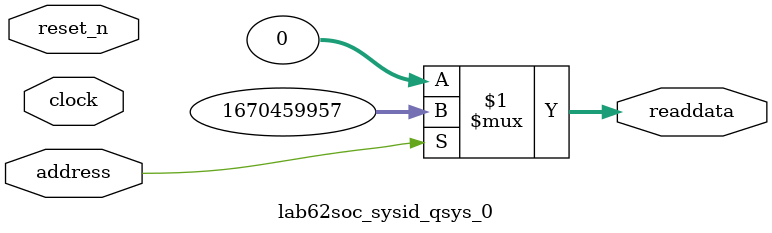
<source format=v>



// synthesis translate_off
`timescale 1ns / 1ps
// synthesis translate_on

// turn off superfluous verilog processor warnings 
// altera message_level Level1 
// altera message_off 10034 10035 10036 10037 10230 10240 10030 

module lab62soc_sysid_qsys_0 (
               // inputs:
                address,
                clock,
                reset_n,

               // outputs:
                readdata
             )
;

  output  [ 31: 0] readdata;
  input            address;
  input            clock;
  input            reset_n;

  wire    [ 31: 0] readdata;
  //control_slave, which is an e_avalon_slave
  assign readdata = address ? 1670459957 : 0;

endmodule



</source>
